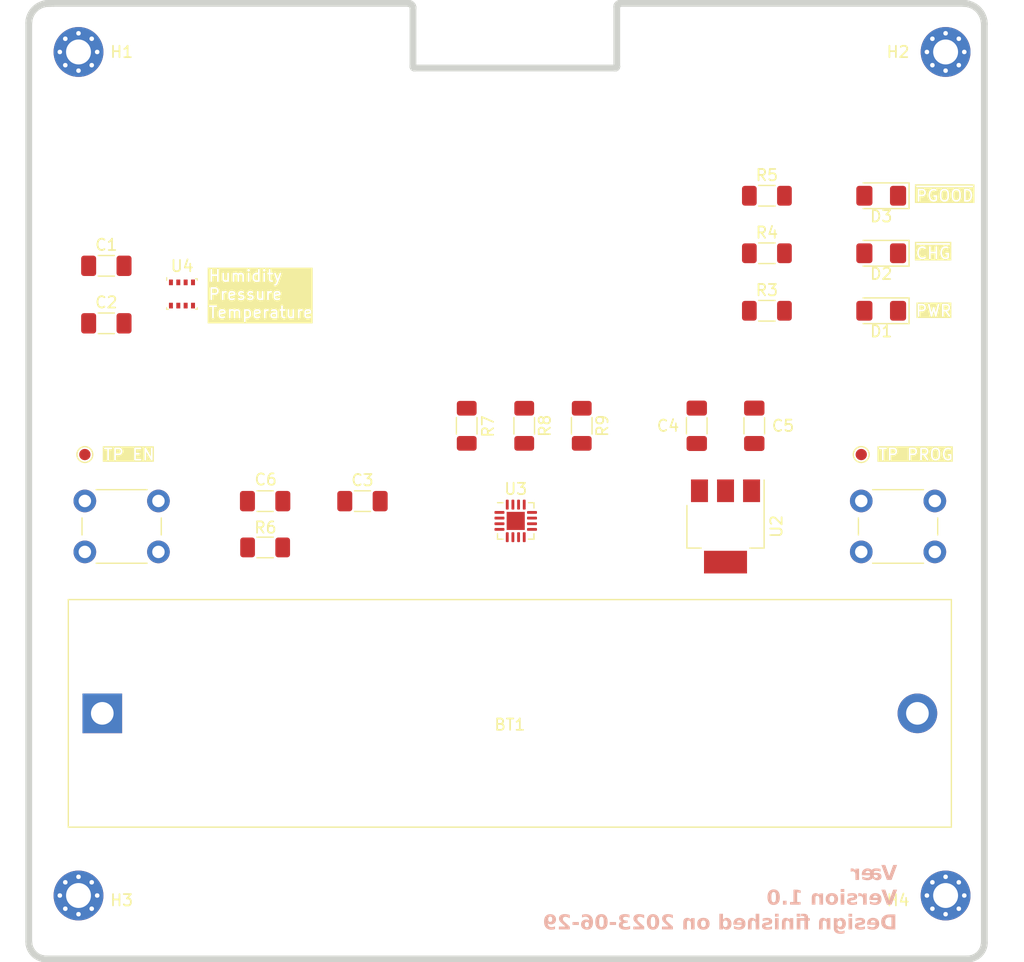
<source format=kicad_pcb>
(kicad_pcb (version 20221018) (generator pcbnew)
  (title_block (title "Vær") (date "2023-06-29") (rev "1.0") (company "Tim Janke"))
  (layers (0 "F.Cu" signal) (31 "B.Cu" signal) (34 "B.Paste" user) (35 "F.Paste" user) (36 "B.SilkS" user "B.Silkscreen") (37 "F.SilkS" user "F.Silkscreen") (38 "B.Mask" user) (39 "F.Mask" user) (44 "Edge.Cuts" user))
  (net 0 "")
  (net 1 "GND")
  (net 2 "Net-(BT1-+)")
  (net 3 "VCC_ESP")
  (net 4 "VCC_IBUS")
  (net 5 "EN")
  (net 6 "Net-(D1-A)")
  (net 7 "Net-(D2-A)")
  (net 8 "Net-(D3-A)")
  (net 9 "~{CHG}")
  (net 10 "~{PGOOD}")
  (net 11 "Net-(U3-TS)")
  (net 12 "Net-(U3-ILIM)")
  (net 13 "Net-(U3-ISET)")
  (net 14 "PROG")
  (net 15 "~{CE}")
  (net 16 "VCC_EBUS")
  (net 18 "CS")
  (net 19 "MOSI")
  (net 20 "SCLK")
  (net 21 "MISO")
  (footprint "LED_SMD:LED_1206_3216Metric_Pad1.42x1.75mm_HandSolder" (layer "F.Cu") (at 178.8525 76.2 180)
    (fp_text reference "D1" (at 0 -1.82) (layer "F.SilkS"))
    (fp_text value "LED_BLUE_PWR")
    (pad "1" smd roundrect (at -1.4875 0 180) (size 1.425 1.75) (layers "F.Cu" "F.Paste" "F.Mask") (roundrect_rratio 0.175439) (net 1 "GND"))
    (pad "2" smd roundrect (at 1.4875 0 180) (size 1.425 1.75) (layers "F.Cu" "F.Paste" "F.Mask") (roundrect_rratio 0.175439) (net 6 "Net-(D1-A)"))
  )
  (footprint "MountingHole:MountingHole_2.2mm_M2_Pad_Via" (layer "F.Cu") (at 107.95 127.85)
    (fp_text reference "H3" (at 3.81 0.42) (layer "F.SilkS"))
    (fp_text value "MountingHole_Pad")
    (pad "1" thru_hole circle locked (at -1.65 0) (size 0.7 0.7) (drill 0.4) (layers "*.Cu" "*.Mask") (net 1 "GND"))
    (pad "1" thru_hole circle locked (at -1.166726 -1.166726) (size 0.7 0.7) (drill 0.4) (layers "*.Cu" "*.Mask") (net 1 "GND"))
    (pad "1" thru_hole circle locked (at -1.166726 1.166726) (size 0.7 0.7) (drill 0.4) (layers "*.Cu" "*.Mask") (net 1 "GND"))
    (pad "1" thru_hole circle locked (at 0 -1.65) (size 0.7 0.7) (drill 0.4) (layers "*.Cu" "*.Mask") (net 1 "GND"))
    (pad "1" thru_hole circle locked (at 0 0) (size 4.4 4.4) (drill 2.2) (layers "*.Cu" "*.Mask") (net 1 "GND"))
    (pad "1" thru_hole circle locked (at 0 1.65) (size 0.7 0.7) (drill 0.4) (layers "*.Cu" "*.Mask") (net 1 "GND"))
    (pad "1" thru_hole circle locked (at 1.166726 -1.166726) (size 0.7 0.7) (drill 0.4) (layers "*.Cu" "*.Mask") (net 1 "GND"))
    (pad "1" thru_hole circle locked (at 1.166726 1.166726) (size 0.7 0.7) (drill 0.4) (layers "*.Cu" "*.Mask") (net 1 "GND"))
    (pad "1" thru_hole circle locked (at 1.65 0) (size 0.7 0.7) (drill 0.4) (layers "*.Cu" "*.Mask") (net 1 "GND"))
  )
  (footprint "Resistor_SMD:R_1206_3216Metric_Pad1.30x1.75mm_HandSolder" (layer "F.Cu") (at 152.4 86.36 -90)
    (fp_text reference "R9" (at 0 -1.82 90) (layer "F.SilkS"))
    (fp_text value "1k13")
    (pad "1" smd roundrect (at -1.55 0 270) (size 1.3 1.75) (layers "F.Cu" "F.Paste" "F.Mask") (roundrect_rratio 0.192308) (net 1 "GND"))
    (pad "2" smd roundrect (at 1.55 0 270) (size 1.3 1.75) (layers "F.Cu" "F.Paste" "F.Mask") (roundrect_rratio 0.192308) (net 13 "Net-(U3-ISET)"))
  )
  (footprint "Capacitor_SMD:C_1206_3216Metric_Pad1.33x1.80mm_HandSolder" (layer "F.Cu") (at 124.4346 93.0148 180)
    (fp_text reference "C6" (at -0.0508 1.905) (layer "F.SilkS"))
    (fp_text value "1uF")
    (pad "1" smd roundrect (at -1.5625 0 180) (size 1.325 1.8) (layers "F.Cu" "F.Paste" "F.Mask") (roundrect_rratio 0.188679) (net 1 "GND"))
    (pad "2" smd roundrect (at 1.5625 0 180) (size 1.325 1.8) (layers "F.Cu" "F.Paste" "F.Mask") (roundrect_rratio 0.188679) (net 5 "EN"))
  )
  (footprint "TestPoint:TestPoint_Pad_D1.0mm" (layer "F.Cu") (at 177.09 88.9)
    (fp_text reference "TP1" hide)
    (fp_text value "TestPoint")
    (pad "1" smd circle (at 0 0) (size 1 1) (layers "F.Cu" "F.Mask") (net 14 "PROG"))
  )
  (footprint "Resistor_SMD:R_1206_3216Metric_Pad1.30x1.75mm_HandSolder" (layer "F.Cu") (at 168.755 66.04)
    (fp_text reference "R5" (at 0 -1.82) (layer "F.SilkS"))
    (fp_text value "1k5")
    (pad "1" smd roundrect (at -1.55 0) (size 1.3 1.75) (layers "F.Cu" "F.Paste" "F.Mask") (roundrect_rratio 0.192308) (net 10 "~{PGOOD}"))
    (pad "2" smd roundrect (at 1.55 0) (size 1.3 1.75) (layers "F.Cu" "F.Paste" "F.Mask") (roundrect_rratio 0.192308) (net 8 "Net-(D3-A)"))
  )
  (footprint "Capacitor_SMD:C_1206_3216Metric_Pad1.33x1.80mm_HandSolder" (layer "F.Cu") (at 162.56 86.36 90)
    (fp_text reference "C4" (at 0 -2.54) (layer "F.SilkS"))
    (fp_text value "10uF")
    (pad "1" smd roundrect (at -1.5625 0 90) (size 1.325 1.8) (layers "F.Cu" "F.Paste" "F.Mask") (roundrect_rratio 0.188679) (net 4 "VCC_IBUS"))
    (pad "2" smd roundrect (at 1.5625 0 90) (size 1.325 1.8) (layers "F.Cu" "F.Paste" "F.Mask") (roundrect_rratio 0.188679) (net 1 "GND"))
  )
  (footprint "TestPoint:TestPoint_Pad_D1.0mm" (layer "F.Cu") (at 108.51 88.9)
    (fp_text reference "TP2" hide)
    (fp_text value "TestPoint")
    (pad "1" smd circle (at 0 0) (size 1 1) (layers "F.Cu" "F.Mask") (net 5 "EN"))
  )
  (footprint "Resistor_SMD:R_1206_3216Metric_Pad1.30x1.75mm_HandSolder" (layer "F.Cu") (at 142.24 86.36 90)
    (fp_text reference "R7" (at -0.0508 1.8796 90) (layer "F.SilkS"))
    (fp_text value "10k")
    (pad "1" smd roundrect (at -1.55 0 90) (size 1.3 1.75) (layers "F.Cu" "F.Paste" "F.Mask") (roundrect_rratio 0.192308) (net 11 "Net-(U3-TS)"))
    (pad "2" smd roundrect (at 1.55 0 90) (size 1.3 1.75) (layers "F.Cu" "F.Paste" "F.Mask") (roundrect_rratio 0.192308) (net 1 "GND"))
  )
  (footprint "Button_Switch_THT:SW_PUSH_6mm" (layer "F.Cu") (at 177.09 93)
    (fp_text reference "SW_FLASH1" hide)
    (fp_text value "Flash mode")
    (pad "1" thru_hole circle (at 0 0 90) (size 2 2) (drill 1.1) (layers "*.Cu" "*.Mask") (net 1 "GND"))
    (pad "1" thru_hole circle (at 6.5 0 90) (size 2 2) (drill 1.1) (layers "*.Cu" "*.Mask") (net 1 "GND"))
    (pad "2" thru_hole circle (at 0 4.5 90) (size 2 2) (drill 1.1) (layers "*.Cu" "*.Mask") (net 14 "PROG"))
    (pad "2" thru_hole circle (at 6.5 4.5 90) (size 2 2) (drill 1.1) (layers "*.Cu" "*.Mask") (net 14 "PROG"))
  )
  (footprint "Button_Switch_THT:SW_PUSH_6mm" (layer "F.Cu") (at 108.51 93)
    (fp_text reference "SW_RESET1" hide)
    (fp_text value "Reset")
    (pad "1" thru_hole circle (at 0 0 90) (size 2 2) (drill 1.1) (layers "*.Cu" "*.Mask") (net 1 "GND"))
    (pad "1" thru_hole circle (at 6.5 0 90) (size 2 2) (drill 1.1) (layers "*.Cu" "*.Mask") (net 1 "GND"))
    (pad "2" thru_hole circle (at 0 4.5 90) (size 2 2) (drill 1.1) (layers "*.Cu" "*.Mask") (net 5 "EN"))
    (pad "2" thru_hole circle (at 6.5 4.5 90) (size 2 2) (drill 1.1) (layers "*.Cu" "*.Mask") (net 5 "EN"))
  )
  (footprint "Battery:BatteryHolder_MPD_BH-18650-PC2" (layer "F.Cu") (at 110.05 111.76)
    (fp_text reference "BT1" (at 36 1) (layer "F.SilkS"))
    (fp_text value "Battery_Cell")
    (pad "" np_thru_hole circle (at 8.645 0) (size 3.2 3.2) (drill 3.2) (layers "*.Cu" "*.Mask"))
    (pad "" np_thru_hole circle (at 64.255 0) (size 3.2 3.2) (drill 3.2) (layers "*.Cu" "*.Mask"))
    (pad "1" thru_hole rect (at 0 0) (size 3.5 3.5) (drill 2) (layers "*.Cu" "*.Mask") (net 2 "Net-(BT1-+)"))
    (pad "2" thru_hole circle (at 72 0) (size 3.5 3.5) (drill 2) (layers "*.Cu" "*.Mask") (net 1 "GND"))
  )
  (footprint "MountingHole:MountingHole_2.2mm_M2_Pad_Via" (layer "F.Cu") (at 184.54 127.85)
    (fp_text reference "H4" (at -4.2 0.42) (layer "F.SilkS"))
    (fp_text value "MountingHole_Pad")
    (pad "1" thru_hole circle locked (at -1.65 0) (size 0.7 0.7) (drill 0.4) (layers "*.Cu" "*.Mask") (net 1 "GND"))
    (pad "1" thru_hole circle locked (at -1.166726 -1.166726) (size 0.7 0.7) (drill 0.4) (layers "*.Cu" "*.Mask") (net 1 "GND"))
    (pad "1" thru_hole circle locked (at -1.166726 1.166726) (size 0.7 0.7) (drill 0.4) (layers "*.Cu" "*.Mask") (net 1 "GND"))
    (pad "1" thru_hole circle locked (at 0 -1.65) (size 0.7 0.7) (drill 0.4) (layers "*.Cu" "*.Mask") (net 1 "GND"))
    (pad "1" thru_hole circle locked (at 0 0) (size 4.4 4.4) (drill 2.2) (layers "*.Cu" "*.Mask") (net 1 "GND"))
    (pad "1" thru_hole circle locked (at 0 1.65) (size 0.7 0.7) (drill 0.4) (layers "*.Cu" "*.Mask") (net 1 "GND"))
    (pad "1" thru_hole circle locked (at 1.166726 -1.166726) (size 0.7 0.7) (drill 0.4) (layers "*.Cu" "*.Mask") (net 1 "GND"))
    (pad "1" thru_hole circle locked (at 1.166726 1.166726) (size 0.7 0.7) (drill 0.4) (layers "*.Cu" "*.Mask") (net 1 "GND"))
    (pad "1" thru_hole circle locked (at 1.65 0) (size 0.7 0.7) (drill 0.4) (layers "*.Cu" "*.Mask") (net 1 "GND"))
  )
  (footprint "MountingHole:MountingHole_2.2mm_M2_Pad_Via" (layer "F.Cu") (at 184.54 53.34)
    (fp_text reference "H2" (at -4.2 0) (layer "F.SilkS"))
    (fp_text value "MountingHole_Pad")
    (pad "1" thru_hole circle locked (at -1.65 0) (size 0.7 0.7) (drill 0.4) (layers "*.Cu" "*.Mask") (net 1 "GND"))
    (pad "1" thru_hole circle locked (at -1.166726 -1.166726) (size 0.7 0.7) (drill 0.4) (layers "*.Cu" "*.Mask") (net 1 "GND"))
    (pad "1" thru_hole circle locked (at -1.166726 1.166726) (size 0.7 0.7) (drill 0.4) (layers "*.Cu" "*.Mask") (net 1 "GND"))
    (pad "1" thru_hole circle locked (at 0 -1.65) (size 0.7 0.7) (drill 0.4) (layers "*.Cu" "*.Mask") (net 1 "GND"))
    (pad "1" thru_hole circle locked (at 0 0) (size 4.4 4.4) (drill 2.2) (layers "*.Cu" "*.Mask") (net 1 "GND"))
    (pad "1" thru_hole circle locked (at 0 1.65) (size 0.7 0.7) (drill 0.4) (layers "*.Cu" "*.Mask") (net 1 "GND"))
    (pad "1" thru_hole circle locked (at 1.166726 -1.166726) (size 0.7 0.7) (drill 0.4) (layers "*.Cu" "*.Mask") (net 1 "GND"))
    (pad "1" thru_hole circle locked (at 1.166726 1.166726) (size 0.7 0.7) (drill 0.4) (layers "*.Cu" "*.Mask") (net 1 "GND"))
    (pad "1" thru_hole circle locked (at 1.65 0) (size 0.7 0.7) (drill 0.4) (layers "*.Cu" "*.Mask") (net 1 "GND"))
  )
  (footprint "Capacitor_SMD:C_1206_3216Metric_Pad1.33x1.80mm_HandSolder" (layer "F.Cu") (at 110.4086 72.2286)
    (fp_text reference "C1" (at 0 -1.85) (layer "F.SilkS"))
    (fp_text value "100nF")
    (pad "1" smd roundrect (at -1.5625 0) (size 1.325 1.8) (layers "F.Cu" "F.Paste" "F.Mask") (roundrect_rratio 0.188679) (net 1 "GND"))
    (pad "2" smd roundrect (at 1.5625 0) (size 1.325 1.8) (layers "F.Cu" "F.Paste" "F.Mask") (roundrect_rratio 0.188679) (net 3 "VCC_ESP"))
  )
  (footprint "Package_DFN_QFN:VQFN-16-1EP_3x3mm_P0.5mm_EP1.6x1.6mm" (layer "F.Cu") (at 146.57 94.761)
    (fp_text reference "U3" (at 0 -2.82) (layer "F.SilkS"))
    (fp_text value "BQ24073RGT")
    (pad "1" smd roundrect (at -1.4375 -0.75) (size 0.875 0.25) (layers "F.Cu" "F.Paste" "F.Mask") (net 11 "Net-(U3-TS)"))
    (pad "2" smd roundrect (at -1.4375 -0.25) (size 0.875 0.25) (layers "F.Cu" "F.Paste" "F.Mask") (net 2 "Net-(BT1-+)"))
    (pad "3" smd roundrect (at -1.4375 0.25) (size 0.875 0.25) (layers "F.Cu" "F.Paste" "F.Mask") (net 2 "Net-(BT1-+)"))
    (pad "4" smd roundrect (at -1.4375 0.75) (size 0.875 0.25) (layers "F.Cu" "F.Paste" "F.Mask") (net 15 "~{CE}"))
    (pad "5" smd roundrect (at -0.75 1.4375) (size 0.25 0.875) (layers "F.Cu" "F.Paste" "F.Mask") (net 1 "GND"))
    (pad "6" smd roundrect (at -0.25 1.4375) (size 0.25 0.875) (layers "F.Cu" "F.Paste" "F.Mask") (net 16 "VCC_EBUS"))
    (pad "7" smd roundrect (at 0.25 1.4375) (size 0.25 0.875) (layers "F.Cu" "F.Paste" "F.Mask") (net 9 "~{CHG}"))
    (pad "8" smd roundrect (at 0.75 1.4375) (size 0.25 0.875) (layers "F.Cu" "F.Paste" "F.Mask") (net 1 "GND"))
    (pad "9" smd roundrect (at 1.4375 0.75) (size 0.875 0.25) (layers "F.Cu" "F.Paste" "F.Mask") (net 10 "~{PGOOD}"))
    (pad "10" smd roundrect (at 1.4375 0.25) (size 0.875 0.25) (layers "F.Cu" "F.Paste" "F.Mask") (net 4 "VCC_IBUS"))
    (pad "11" smd roundrect (at 1.4375 -0.25) (size 0.875 0.25) (layers "F.Cu" "F.Paste" "F.Mask") (net 4 "VCC_IBUS"))
    (pad "12" smd roundrect (at 1.4375 -0.75) (size 0.875 0.25) (layers "F.Cu" "F.Paste" "F.Mask") (net 12 "Net-(U3-ILIM)"))
    (pad "13" smd roundrect (at 0.75 -1.4375) (size 0.25 0.875) (layers "F.Cu" "F.Paste" "F.Mask") (net 16 "VCC_EBUS"))
    (pad "14" smd roundrect (at 0.25 -1.4375) (size 0.25 0.875) (layers "F.Cu" "F.Paste" "F.Mask"))
    (pad "15" smd roundrect (at -0.25 -1.4375) (size 0.25 0.875) (layers "F.Cu" "F.Paste" "F.Mask") (net 16 "VCC_EBUS"))
    (pad "16" smd roundrect (at -0.75 -1.4375) (size 0.25 0.875) (layers "F.Cu" "F.Paste" "F.Mask") (net 13 "Net-(U3-ISET)"))
    (pad "17" smd rect (at 0 0) (size 1.6 1.6) (layers "F.Cu" "F.Mask") (net 1 "GND"))
  )
  (footprint "Capacitor_SMD:C_1206_3216Metric_Pad1.33x1.80mm_HandSolder" (layer "F.Cu") (at 110.4086 77.3086)
    (fp_text reference "C2" (at 0 -1.85) (layer "F.SilkS"))
    (fp_text value "100nF")
    (pad "1" smd roundrect (at -1.5625 0) (size 1.325 1.8) (layers "F.Cu" "F.Paste" "F.Mask") (roundrect_rratio 0.188679) (net 1 "GND"))
    (pad "2" smd roundrect (at 1.5625 0) (size 1.325 1.8) (layers "F.Cu" "F.Paste" "F.Mask") (roundrect_rratio 0.188679) (net 3 "VCC_ESP"))
  )
  (footprint "Resistor_SMD:R_1206_3216Metric_Pad1.30x1.75mm_HandSolder" (layer "F.Cu") (at 168.755 76.2)
    (fp_text reference "R3" (at 0 -1.82) (layer "F.SilkS"))
    (fp_text value "120")
    (pad "1" smd roundrect (at -1.55 0) (size 1.3 1.75) (layers "F.Cu" "F.Paste" "F.Mask") (roundrect_rratio 0.192308) (net 3 "VCC_ESP"))
    (pad "2" smd roundrect (at 1.55 0) (size 1.3 1.75) (layers "F.Cu" "F.Paste" "F.Mask") (roundrect_rratio 0.192308) (net 6 "Net-(D1-A)"))
  )
  (footprint "Capacitor_SMD:C_1206_3216Metric_Pad1.33x1.80mm_HandSolder" (layer "F.Cu") (at 133.0321 93.0148)
    (fp_text reference "C3" (at 0 -1.85) (layer "F.SilkS"))
    (fp_text value "4.7uF")
    (pad "1" smd roundrect (at -1.5625 0) (size 1.325 1.8) (layers "F.Cu" "F.Paste" "F.Mask") (roundrect_rratio 0.188679) (net 1 "GND"))
    (pad "2" smd roundrect (at 1.5625 0) (size 1.325 1.8) (layers "F.Cu" "F.Paste" "F.Mask") (roundrect_rratio 0.188679) (net 2 "Net-(BT1-+)"))
  )
  (footprint "MountingHole:MountingHole_2.2mm_M2_Pad_Via" (layer "F.Cu") (at 107.95 53.34)
    (fp_text reference "H1" (at 3.81 0) (layer "F.SilkS"))
    (fp_text value "MountingHole_Pad")
    (pad "1" thru_hole circle locked (at -1.65 0) (size 0.7 0.7) (drill 0.4) (layers "*.Cu" "*.Mask") (net 1 "GND"))
    (pad "1" thru_hole circle locked (at -1.166726 -1.166726) (size 0.7 0.7) (drill 0.4) (layers "*.Cu" "*.Mask") (net 1 "GND"))
    (pad "1" thru_hole circle locked (at -1.166726 1.166726) (size 0.7 0.7) (drill 0.4) (layers "*.Cu" "*.Mask") (net 1 "GND"))
    (pad "1" thru_hole circle locked (at 0 -1.65) (size 0.7 0.7) (drill 0.4) (layers "*.Cu" "*.Mask") (net 1 "GND"))
    (pad "1" thru_hole circle locked (at 0 0) (size 4.4 4.4) (drill 2.2) (layers "*.Cu" "*.Mask") (net 1 "GND"))
    (pad "1" thru_hole circle locked (at 0 1.65) (size 0.7 0.7) (drill 0.4) (layers "*.Cu" "*.Mask") (net 1 "GND"))
    (pad "1" thru_hole circle locked (at 1.166726 -1.166726) (size 0.7 0.7) (drill 0.4) (layers "*.Cu" "*.Mask") (net 1 "GND"))
    (pad "1" thru_hole circle locked (at 1.166726 1.166726) (size 0.7 0.7) (drill 0.4) (layers "*.Cu" "*.Mask") (net 1 "GND"))
    (pad "1" thru_hole circle locked (at 1.65 0) (size 0.7 0.7) (drill 0.4) (layers "*.Cu" "*.Mask") (net 1 "GND"))
  )
  (footprint "LED_SMD:LED_1206_3216Metric_Pad1.42x1.75mm_HandSolder" (layer "F.Cu") (at 178.8525 71.12 180)
    (fp_text reference "D2" (at 0 -1.82) (layer "F.SilkS"))
    (fp_text value "LED_YELLOW")
    (pad "1" smd roundrect (at -1.4875 0 180) (size 1.425 1.75) (layers "F.Cu" "F.Paste" "F.Mask") (roundrect_rratio 0.175439) (net 1 "GND"))
    (pad "2" smd roundrect (at 1.4875 0 180) (size 1.425 1.75) (layers "F.Cu" "F.Paste" "F.Mask") (roundrect_rratio 0.175439) (net 7 "Net-(D2-A)"))
  )
  (footprint "Package_LGA:Bosch_LGA-8_2.5x2.5mm_P0.65mm_ClockwisePinNumbering" (layer "F.Cu") (at 117.0888 74.7178)
    (fp_text reference "U4" (at 0.015 -2.465) (layer "F.SilkS"))
    (fp_text value "BME280")
    (pad "1" smd rect (at -0.975 -1.025 90) (size 0.5 0.35) (layers "F.Cu" "F.Paste" "F.Mask") (net 1 "GND"))
    (pad "2" smd rect (at -0.325 -1.025 90) (size 0.5 0.35) (layers "F.Cu" "F.Paste" "F.Mask") (net 18 "CS"))
    (pad "3" smd rect (at 0.325 -1.025 90) (size 0.5 0.35) (layers "F.Cu" "F.Paste" "F.Mask") (net 19 "MOSI"))
    (pad "4" smd rect (at 0.975 -1.025 90) (size 0.5 0.35) (layers "F.Cu" "F.Paste" "F.Mask") (net 20 "SCLK"))
    (pad "5" smd rect (at 0.975 1.025 90) (size 0.5 0.35) (layers "F.Cu" "F.Paste" "F.Mask") (net 21 "MISO"))
    (pad "6" smd rect (at 0.325 1.025 90) (size 0.5 0.35) (layers "F.Cu" "F.Paste" "F.Mask") (net 3 "VCC_ESP"))
    (pad "7" smd rect (at -0.325 1.025 90) (size 0.5 0.35) (layers "F.Cu" "F.Paste" "F.Mask") (net 1 "GND"))
    (pad "8" smd rect (at -0.975 1.025 90) (size 0.5 0.35) (layers "F.Cu" "F.Paste" "F.Mask") (net 3 "VCC_ESP"))
  )
  (footprint "Capacitor_SMD:C_1206_3216Metric_Pad1.33x1.80mm_HandSolder" (layer "F.Cu") (at 167.64 86.36 90)
    (fp_text reference "C5" (at 0 2.54) (layer "F.SilkS"))
    (fp_text value "10uF")
    (pad "1" smd roundrect (at -1.5625 0 90) (size 1.325 1.8) (layers "F.Cu" "F.Paste" "F.Mask") (roundrect_rratio 0.188679) (net 3 "VCC_ESP"))
    (pad "2" smd roundrect (at 1.5625 0 90) (size 1.325 1.8) (layers "F.Cu" "F.Paste" "F.Mask") (roundrect_rratio 0.188679) (net 1 "GND"))
  )
  (footprint "Resistor_SMD:R_1206_3216Metric_Pad1.30x1.75mm_HandSolder" (layer "F.Cu") (at 168.755 71.12)
    (fp_text reference "R4" (at 0 -1.82) (layer "F.SilkS"))
    (fp_text value "1k5")
    (pad "1" smd roundrect (at -1.55 0) (size 1.3 1.75) (layers "F.Cu" "F.Paste" "F.Mask") (roundrect_rratio 0.192308) (net 9 "~{CHG}"))
    (pad "2" smd roundrect (at 1.55 0) (size 1.3 1.75) (layers "F.Cu" "F.Paste" "F.Mask") (roundrect_rratio 0.192308) (net 7 "Net-(D2-A)"))
  )
  (footprint "Resistor_SMD:R_1206_3216Metric_Pad1.30x1.75mm_HandSolder" (layer "F.Cu") (at 147.32 86.36 -90)
    (fp_text reference "R8" (at 0 -1.82 90) (layer "F.SilkS"))
    (fp_text value "1k18")
    (pad "1" smd roundrect (at -1.55 0 270) (size 1.3 1.75) (layers "F.Cu" "F.Paste" "F.Mask") (roundrect_rratio 0.192308) (net 1 "GND"))
    (pad "2" smd roundrect (at 1.55 0 270) (size 1.3 1.75) (layers "F.Cu" "F.Paste" "F.Mask") (roundrect_rratio 0.192308) (net 12 "Net-(U3-ILIM)"))
  )
  (footprint "LED_SMD:LED_1206_3216Metric_Pad1.42x1.75mm_HandSolder" (layer "F.Cu") (at 178.8525 66.04 180)
    (fp_text reference "D3" (at 0 -1.82) (layer "F.SilkS"))
    (fp_text value "LED_GREEN")
    (pad "1" smd roundrect (at -1.4875 0 180) (size 1.425 1.75) (layers "F.Cu" "F.Paste" "F.Mask") (roundrect_rratio 0.175439) (net 1 "GND"))
    (pad "2" smd roundrect (at 1.4875 0 180) (size 1.425 1.75) (layers "F.Cu" "F.Paste" "F.Mask") (roundrect_rratio 0.175439) (net 8 "Net-(D3-A)"))
  )
  (footprint "Package_TO_SOT_SMD:SOT-223-3_TabPin2" (layer "F.Cu") (at 165.1 95.25 -90)
    (fp_text reference "U2" (at 0 -4.5 90) (layer "F.SilkS"))
    (fp_text value "NCP1117-3.3_SOT223")
    (pad "1" smd rect (at -3.15 -2.3 270) (size 2 1.5) (layers "F.Cu" "F.Paste" "F.Mask") (net 1 "GND"))
    (pad "2" smd rect (at -3.15 0 270) (size 2 1.5) (layers "F.Cu" "F.Paste" "F.Mask") (net 3 "VCC_ESP"))
    (pad "2" smd rect (at 3.15 0 270) (size 2 3.8) (layers "F.Cu" "F.Paste" "F.Mask") (net 3 "VCC_ESP"))
    (pad "3" smd rect (at -3.15 2.3 270) (size 2 1.5) (layers "F.Cu" "F.Paste" "F.Mask") (net 4 "VCC_IBUS"))
  )
  (footprint "Resistor_SMD:R_1206_3216Metric_Pad1.30x1.75mm_HandSolder" (layer "F.Cu") (at 124.4346 97.1048 180)
    (fp_text reference "R6" (at -0.0254 1.7532) (layer "F.SilkS"))
    (fp_text value "10k")
    (pad "1" smd roundrect (at -1.55 0 180) (size 1.3 1.75) (layers "F.Cu" "F.Paste" "F.Mask") (roundrect_rratio 0.192308) (net 3 "VCC_ESP"))
    (pad "2" smd roundrect (at 1.55 0 180) (size 1.3 1.75) (layers "F.Cu" "F.Paste" "F.Mask") (roundrect_rratio 0.192308) (net 5 "EN"))
  )
  (gr_line locked (start 187.06834 49.315557) (end 186.990776 49.270963) (stroke (width 0.5953)) (layer "Edge.Cuts"))
  (gr_line locked (start 137.528051 54.702197) (end 137.52355 54.69642) (stroke (width 0.5953)) (layer "Edge.Cuts"))
  (gr_line locked (start 187.922412 50.526299) (end 187.901738 50.436688) (stroke (width 0.5953)) (layer "Edge.Cuts"))
  (gr_line locked (start 155.565345 49.162426) (end 155.555855 49.174608) (stroke (width 0.5953)) (layer "Edge.Cuts"))
  (gr_line locked (start 137.548855 54.723002) (end 137.543286 54.718204) (stroke (width 0.5953)) (layer "Edge.Cuts"))
  (gr_line locked (start 137.329148 49.127522) (end 137.312778 49.116016) (stroke (width 0.5953)) (layer "Edge.Cuts"))
  (gr_line locked (start 155.633985 49.10022) (end 155.621389 49.109073) (stroke (width 0.5953)) (layer "Edge.Cuts"))
  (gr_line locked (start 137.205125 49.065124) (end 137.185922 49.059795) (stroke (width 0.5953)) (layer "Edge.Cuts"))
  (gr_line locked (start 187.938691 50.617509) (end 187.922412 50.526299) (stroke (width 0.5953)) (layer "Edge.Cuts"))
  (gr_line locked (start 137.614012 54.753823) (end 137.606905 54.75222) (stroke (width 0.5953)) (layer "Edge.Cuts"))
  (gr_line locked (start 137.106737 49.047997) (end 137.086514 49.047496) (stroke (width 0.5953)) (layer "Edge.Cuts"))
  (gr_line locked (start 186.784924 133.422757) (end 186.856142 133.406314) (stroke (width 0.5953)) (layer "Edge.Cuts"))
  (gr_line locked (start 103.818998 49.890684) (end 103.781674 49.954007) (stroke (width 0.5953)) (layer "Edge.Cuts"))
  (gr_line locked (start 105.218846 49.056738) (end 105.112647 49.065055) (stroke (width 0.5953)) (layer "Edge.Cuts"))
  (gr_line locked (start 187.943105 132.204609) (end 187.952445 132.130935) (stroke (width 0.5953)) (layer "Edge.Cuts"))
  (gr_line locked (start 155.500364 49.299798) (end 155.497718 49.314965) (stroke (width 0.5953)) (layer "Edge.Cuts"))
  (gr_line locked (start 137.606905 54.75222) (end 137.599897 54.750275) (stroke (width 0.5953)) (layer "Edge.Cuts"))
  (gr_line locked (start 103.685477 50.153566) (end 103.658903 50.223047) (stroke (width 0.5953)) (layer "Edge.Cuts"))
  (gr_line locked (start 186.925996 133.386471) (end 186.994391 133.363321) (stroke (width 0.5953)) (layer "Edge.Cuts"))
  (gr_line locked (start 137.489874 49.395101) (end 137.486435 49.37539) (stroke (width 0.5953)) (layer "Edge.Cuts"))
  (gr_line locked (start 187.189908 133.274954) (end 187.251548 133.239501) (stroke (width 0.5953)) (layer "Edge.Cuts"))
  (gr_line locked (start 155.660317 49.084465) (end 155.64697 49.092014) (stroke (width 0.5953)) (layer "Edge.Cuts"))
  (gr_line locked (start 155.57546 49.150684) (end 155.565345 49.162426) (stroke (width 0.5953)) (layer "Edge.Cuts"))
  (gr_line locked (start 186.481192 49.085084) (end 186.389981 49.068804) (stroke (width 0.5953)) (layer "Edge.Cuts"))
  (gr_line locked (start 187.12644 133.30747) (end 187.189908 133.274954) (stroke (width 0.5953)) (layer "Edge.Cuts"))
  (gr_line locked (start 186.658697 49.130708) (end 186.570803 49.105757) (stroke (width 0.5953)) (layer "Edge.Cuts"))
  (gr_line locked (start 187.952445 132.130935) (end 187.958108 132.056175) (stroke (width 0.5953)) (layer "Edge.Cuts"))
  (gr_line locked (start 103.581953 50.513903) (end 103.570403 50.589497) (stroke (width 0.5953)) (layer "Edge.Cuts"))
  (gr_line locked (start 137.494344 54.607867) (end 137.494344 49.455325) (stroke (width 0.5953)) (layer "Edge.Cuts"))
  (gr_line locked (start 155.491545 54.643372) (end 155.490027 54.650103) (stroke (width 0.5953)) (layer "Edge.Cuts"))
  (gr_line locked (start 187.913761 132.348328) (end 187.930179 132.277104) (stroke (width 0.5953)) (layer "Edge.Cuts"))
  (gr_line locked (start 137.34498 49.139854) (end 137.329148 49.127522) (stroke (width 0.5953)) (layer "Edge.Cuts"))
  (gr_line locked (start 137.49723 54.637041) (end 137.495975 54.629847) (stroke (width 0.5953)) (layer "Edge.Cuts"))
  (gr_line locked (start 187.529099 133.021419) (end 187.577832 132.970287) (stroke (width 0.5953)) (layer "Edge.Cuts"))
  (gr_line locked (start 187.216106 49.415366) (end 187.143489 49.36373) (stroke (width 0.5953)) (layer "Edge.Cuts"))
  (gr_line locked (start 155.494279 49.361305) (end 155.494279 54.615742) (stroke (width 0.5953)) (layer "Edge.Cuts"))
  (gr_line locked (start 103.779704 132.706515) (end 103.820015 132.769394) (stroke (width 0.5953)) (layer "Edge.Cuts"))
  (gr_line locked (start 155.360301 54.756537) (end 155.353311 54.75671) (stroke (width 0.5953)) (layer "Edge.Cuts"))
  (gr_line locked (start 187.251548 133.239501) (end 187.311269 133.201203) (stroke (width 0.5953)) (layer "Edge.Cuts"))
  (gr_line locked (start 187.814516 50.178623) (end 187.77743 50.096578) (stroke (width 0.5953)) (layer "Edge.Cuts"))
  (gr_line locked (start 187.876786 50.348794) (end 187.847674 50.262734) (stroke (width 0.5953)) (layer "Edge.Cuts"))
  (gr_line locked (start 104.946652 133.444677) (end 105.025356 133.450663) (stroke (width 0.5953)) (layer "Edge.Cuts"))
  (gr_line locked (start 155.687998 49.071384) (end 155.674002 49.077585) (stroke (width 0.5953)) (layer "Edge.Cuts"))
  (gr_line locked (start 186.570803 49.105757) (end 186.481192 49.085084) (stroke (width 0.5953)) (layer "Edge.Cuts"))
  (gr_line locked (start 187.815011 132.61866) (end 187.844475 132.553446) (stroke (width 0.5953)) (layer "Edge.Cuts"))
  (gr_line locked (start 155.64697 49.092014) (end 155.633985 49.10022) (stroke (width 0.5953)) (layer "Edge.Cuts"))
  (gr_line locked (start 104.041884 49.601213) (end 103.992706 49.655253) (stroke (width 0.5953)) (layer "Edge.Cuts"))
  (gr_line locked (start 155.495814 49.330289) (end 155.494665 49.345744) (stroke (width 0.5953)) (layer "Edge.Cuts"))
  (gr_line locked (start 137.401986 49.19686) (end 137.38884 49.1816) (stroke (width 0.5953)) (layer "Edge.Cuts"))
  (gr_line locked (start 105.328763 49.051521) (end 105.218846 49.056738) (stroke (width 0.5953)) (layer "Edge.Cuts"))
  (gr_line locked (start 187.643763 49.864003) (end 187.592127 49.791386) (stroke (width 0.5953)) (layer "Edge.Cuts"))
  (gr_line locked (start 186.297287 49.057036) (end 186.203224 49.049894) (stroke (width 0.5953)) (layer "Edge.Cuts"))
  (gr_line locked (start 155.490027 54.650103) (end 155.488185 54.656741) (stroke (width 0.5953)) (layer "Edge.Cuts"))
  (gr_line locked (start 187.901738 50.436688) (end 187.876786 50.348794) (stroke (width 0.5953)) (layer "Edge.Cuts"))
  (gr_line locked (start 155.746581 49.053582) (end 155.731597 49.05696) (stroke (width 0.5953)) (layer "Edge.Cuts"))
  (gr_line locked (start 104.063079 133.050069) (end 104.119312 133.098779) (stroke (width 0.5953)) (layer "Edge.Cuts"))
  (gr_line locked (start 103.708162 132.574793) (end 103.742387 132.641615) (stroke (width 0.5953)) (layer "Edge.Cuts"))
  (gr_line locked (start 104.644254 133.383) (end 104.717796 133.403884) (stroke (width 0.5953)) (layer "Edge.Cuts"))
  (gr_line locked (start 103.714843 50.085519) (end 103.685477 50.153566) (stroke (width 0.5953)) (layer "Edge.Cuts"))
  (gr_line locked (start 104.507138 49.249252) (end 104.442655 49.284777) (stroke (width 0.5953)) (layer "Edge.Cuts"))
  (gr_line locked (start 137.482045 49.355916) (end 137.476716 49.336714) (stroke (width 0.5953)) (layer "Edge.Cuts"))
  (gr_line locked (start 137.573097 54.739175) (end 137.566766 54.735594) (stroke (width 0.5953)) (layer "Edge.Cuts"))
  (gr_line locked (start 103.945758 49.711291) (end 103.901111 49.769256) (stroke (width 0.5953)) (layer "Edge.Cuts"))
  (gr_line locked (start 137.278557 49.095541) (end 137.260772 49.086599) (stroke (width 0.5953)) (layer "Edge.Cuts"))
  (gr_line locked (start 104.301497 133.228307) (end 104.366396 133.265623) (stroke (width 0.5953)) (layer "Edge.Cuts"))
  (gr_line locked (start 137.476716 49.336714) (end 137.470463 49.317816) (stroke (width 0.5953)) (layer "Edge.Cuts"))
  (gr_line locked (start 155.761748 49.050935) (end 155.746581 49.053582) (stroke (width 0.5953)) (layer "Edge.Cuts"))
  (gr_line locked (start 186.744757 49.159821) (end 186.658697 49.130708) (stroke (width 0.5953)) (layer "Edge.Cuts"))
  (gr_line locked (start 137.185922 49.059795) (end 137.166449 49.055405) (stroke (width 0.5953)) (layer "Edge.Cuts"))
  (gr_line locked (start 104.379839 49.322862) (end 104.31876 49.363439) (stroke (width 0.5953)) (layer "Edge.Cuts"))
  (gr_line locked (start 105.105106 133.452681) (end 186.488252 133.452681) (stroke (width 0.5953)) (layer "Edge.Cuts"))
  (gr_line locked (start 137.643186 54.756709) (end 137.635805 54.756526) (stroke (width 0.5953)) (layer "Edge.Cuts"))
  (gr_line locked (start 137.492348 49.415016) (end 137.489874 49.395101) (stroke (width 0.5953)) (layer "Edge.Cuts"))
  (gr_line locked (start 137.579587 54.742438) (end 137.573097 54.739175) (stroke (width 0.5953)) (layer "Edge.Cuts"))
  (gr_line locked (start 187.847674 50.262734) (end 187.814516 50.178623) (stroke (width 0.5953)) (layer "Edge.Cuts"))
  (gr_line locked (start 105.062011 49.070598) (end 105.013588 49.077182) (stroke (width 0.5953)) (layer "Edge.Cuts"))
  (gr_line locked (start 186.107911 49.047496) (end 155.808087 49.047496) (stroke (width 0.5953)) (layer "Edge.Cuts"))
  (gr_line locked (start 103.635194 50.293892) (end 103.614419 50.36603) (stroke (width 0.5953)) (layer "Edge.Cuts"))
  (gr_line locked (start 155.716821 49.061061) (end 155.702279 49.065872) (stroke (width 0.5953)) (layer "Edge.Cuts"))
  (gr_line locked (start 137.312778 49.116016) (end 137.295903 49.105351) (stroke (width 0.5953)) (layer "Edge.Cuts"))
  (gr_line locked (start 155.538796 49.200188) (end 155.531247 49.213535) (stroke (width 0.5953)) (layer "Edge.Cuts"))
  (gr_line locked (start 186.828868 49.192978) (end 186.744757 49.159821) (stroke (width 0.5953)) (layer "Edge.Cuts"))
  (gr_line locked (start 186.203224 49.049894) (end 186.107911 49.047496) (stroke (width 0.5953)) (layer "Edge.Cuts"))
  (gr_line locked (start 104.202094 49.451781) (end 104.146649 49.499407) (stroke (width 0.5953)) (layer "Edge.Cuts"))
  (gr_line locked (start 137.470463 49.317816) (end 137.463301 49.299255) (stroke (width 0.5953)) (layer "Edge.Cuts"))
  (gr_line locked (start 187.35328 49.528562) (end 187.286076 49.470349) (stroke (width 0.5953)) (layer "Edge.Cuts"))
  (gr_line locked (start 187.747085 132.743792) (end 187.782517 132.682139) (stroke (width 0.5953)) (layer "Edge.Cuts"))
  (gr_line locked (start 137.495072 54.622578) (end 137.494527 54.615248) (stroke (width 0.5953)) (layer "Edge.Cuts"))
  (gr_line locked (start 155.494279 54.615742) (end 155.494106 54.622732) (stroke (width 0.5953)) (layer "Edge.Cuts"))
  (gr_line locked (start 187.958108 132.056175) (end 187.96 131.980421) (stroke (width 0.5953)) (layer "Edge.Cuts"))
  (gr_line locked (start 137.543286 54.718204) (end 137.537938 54.713115) (stroke (width 0.5953)) (layer "Edge.Cuts"))
  (gr_line locked (start 186.994391 133.363321) (end 187.061237 133.336957) (stroke (width 0.5953)) (layer "Edge.Cuts"))
  (gr_line locked (start 137.4463 49.263282) (end 137.43649 49.245936) (stroke (width 0.5953)) (layer "Edge.Cuts"))
  (gr_line locked (start 137.554633 54.727503) (end 137.548855 54.723002) (stroke (width 0.5953)) (layer "Edge.Cuts"))
  (gr_line locked (start 104.119312 133.098779) (end 104.177857 133.144787) (stroke (width 0.5953)) (layer "Edge.Cuts"))
  (gr_line locked (start 103.596649 50.43939) (end 103.581953 50.513903) (stroke (width 0.5953)) (layer "Edge.Cuts"))
  (gr_line locked (start 105.112647 49.065055) (end 105.062011 49.070598) (stroke (width 0.5953)) (layer "Edge.Cuts"))
  (gr_line locked (start 137.455242 49.281066) (end 137.4463 49.263282) (stroke (width 0.5953)) (layer "Edge.Cuts"))
  (gr_line locked (start 187.667779 132.861248) (end 187.708808 132.803525) (stroke (width 0.5953)) (layer "Edge.Cuts"))
  (gr_line locked (start 155.609207 49.118563) (end 155.597466 49.128678) (stroke (width 0.5953)) (layer "Edge.Cuts"))
  (gr_line locked (start 103.863223 132.830154) (end 103.909231 132.8887) (stroke (width 0.5953)) (layer "Edge.Cuts"))
  (gr_line locked (start 155.503743 49.284814) (end 155.500364 49.299798) (stroke (width 0.5953)) (layer "Edge.Cuts"))
  (gr_line locked (start 155.374127 54.755165) (end 155.367244 54.75602) (stroke (width 0.5953)) (layer "Edge.Cuts"))
  (gr_line locked (start 155.442649 54.724787) (end 155.437177 54.72905) (stroke (width 0.5953)) (layer "Edge.Cuts"))
  (gr_line locked (start 155.497718 49.314965) (end 155.495814 49.330289) (stroke (width 0.5953)) (layer "Edge.Cuts"))
  (gr_line locked (start 187.143489 49.36373) (end 187.06834 49.315557) (stroke (width 0.5953)) (layer "Edge.Cuts"))
  (gr_line locked (start 104.177857 133.144787) (end 104.238618 133.187995) (stroke (width 0.5953)) (layer "Edge.Cuts"))
  (gr_line locked (start 137.494344 49.455325) (end 137.493842 49.435102) (stroke (width 0.5953)) (layer "Edge.Cuts"))
  (gr_line locked (start 155.457809 54.710357) (end 155.452989 54.715423) (stroke (width 0.5953)) (layer "Edge.Cuts"))
  (gr_line locked (start 155.407257 54.74598) (end 155.400841 54.748456) (stroke (width 0.5953)) (layer "Edge.Cuts"))
  (gr_line locked (start 155.380941 54.753977) (end 155.374127 54.755165) (stroke (width 0.5953)) (layer "Edge.Cuts"))
  (gr_line locked (start 103.649376 132.435767) (end 103.677126 132.506144) (stroke (width 0.5953)) (layer "Edge.Cuts"))
  (gr_line locked (start 187.478931 49.654212) (end 187.417604 49.589888) (stroke (width 0.5953)) (layer "Edge.Cuts"))
  (gr_line locked (start 155.777072 49.049032) (end 155.761748 49.050935) (stroke (width 0.5953)) (layer "Edge.Cuts"))
  (gr_line locked (start 187.368976 133.160154) (end 187.424579 133.116445) (stroke (width 0.5953)) (layer "Edge.Cuts"))
  (gr_line locked (start 186.910914 49.230064) (end 186.828868 49.192978) (stroke (width 0.5953)) (layer "Edge.Cuts"))
  (gr_line locked (start 137.295903 49.105351) (end 137.278557 49.095541) (stroke (width 0.5953)) (layer "Edge.Cuts"))
  (gr_line locked (start 155.507843 49.270038) (end 155.503743 49.284814) (stroke (width 0.5953)) (layer "Edge.Cuts"))
  (gr_line locked (start 186.638763 133.445073) (end 186.712434 133.435708) (stroke (width 0.5953)) (layer "Edge.Cuts"))
  (gr_line locked (start 137.493842 49.435102) (end 137.492348 49.415016) (stroke (width 0.5953)) (layer "Edge.Cuts"))
  (gr_line locked (start 105.025356 133.450663) (end 105.105106 133.452681) (stroke (width 0.5953)) (layer "Edge.Cuts"))
  (gr_line locked (start 104.31876 49.363439) (end 104.259488 49.406435) (stroke (width 0.5953)) (layer "Edge.Cuts"))
  (gr_line locked (start 137.494527 54.615248) (end 137.494344 54.607867) (stroke (width 0.5953)) (layer "Edge.Cuts"))
  (gr_line locked (start 155.512654 49.255497) (end 155.507843 49.270038) (stroke (width 0.5953)) (layer "Edge.Cuts"))
  (gr_line locked (start 137.360239 49.153) (end 137.34498 49.139854) (stroke (width 0.5953)) (layer "Edge.Cuts"))
  (gr_line locked (start 155.547002 49.187204) (end 155.538796 49.200188) (stroke (width 0.5953)) (layer "Edge.Cuts"))
  (gr_line locked (start 187.624089 132.916865) (end 187.667779 132.861248) (stroke (width 0.5953)) (layer "Edge.Cuts"))
  (gr_line locked (start 155.524367 49.22722) (end 155.518166 49.241215) (stroke (width 0.5953)) (layer "Edge.Cuts"))
  (gr_line locked (start 187.893943 132.418188) (end 187.913761 132.348328) (stroke (width 0.5953)) (layer "Edge.Cuts"))
  (gr_line locked (start 155.425686 54.736713) (end 155.419691 54.740104) (stroke (width 0.5953)) (layer "Edge.Cuts"))
  (gr_line locked (start 137.52355 54.69642) (end 137.519351 54.690445) (stroke (width 0.5953)) (layer "Edge.Cuts"))
  (gr_line locked (start 155.394309 54.750617) (end 155.387672 54.752459) (stroke (width 0.5953)) (layer "Edge.Cuts"))
  (gr_line locked (start 137.414319 49.212691) (end 137.401986 49.19686) (stroke (width 0.5953)) (layer "Edge.Cuts"))
  (gr_line locked (start 187.77743 50.096578) (end 187.736531 50.016715) (stroke (width 0.5953)) (layer "Edge.Cuts"))
  (gr_line locked (start 155.792527 49.047882) (end 155.777072 49.049032) (stroke (width 0.5953)) (layer "Edge.Cuts"))
  (gr_line locked (start 137.224023 49.071377) (end 137.205125 49.065124) (stroke (width 0.5953)) (layer "Edge.Cuts"))
  (gr_line locked (start 103.658903 50.223047) (end 103.635194 50.293892) (stroke (width 0.5953)) (layer "Edge.Cuts"))
  (gr_line locked (start 187.708808 132.803525) (end 187.747085 132.743792) (stroke (width 0.5953)) (layer "Edge.Cuts"))
  (gr_line locked (start 187.870816 132.486592) (end 187.893943 132.418188) (stroke (width 0.5953)) (layer "Edge.Cuts"))
  (gr_line locked (start 155.353311 54.75671) (end 137.643186 54.756709) (stroke (width 0.5953)) (layer "Edge.Cuts"))
  (gr_line locked (start 137.566766 54.735594) (end 137.560607 54.731702) (stroke (width 0.5953)) (layer "Edge.Cuts"))
  (gr_line locked (start 155.452989 54.715423) (end 155.447923 54.720243) (stroke (width 0.5953)) (layer "Edge.Cuts"))
  (gr_line locked (start 155.494665 49.345744) (end 155.494279 49.361305) (stroke (width 0.5953)) (layer "Edge.Cuts"))
  (gr_line locked (start 137.500778 54.651156) (end 137.498833 54.644148) (stroke (width 0.5953)) (layer "Edge.Cuts"))
  (gr_line locked (start 187.95046 50.710204) (end 187.938691 50.617509) (stroke (width 0.5953)) (layer "Edge.Cuts"))
  (gr_line locked (start 155.58619 49.139409) (end 155.57546 49.150684) (stroke (width 0.5953)) (layer "Edge.Cuts"))
  (gr_line locked (start 155.555855 49.174608) (end 155.547002 49.187204) (stroke (width 0.5953)) (layer "Edge.Cuts"))
  (gr_line locked (start 105.73721 49.047496) (end 105.546073 49.047558) (stroke (width 0.5953)) (layer "Edge.Cuts"))
  (gr_line locked (start 137.166449 49.055405) (end 137.146738 49.051965) (stroke (width 0.5953)) (layer "Edge.Cuts"))
  (gr_line locked (start 187.691937 49.939151) (end 187.643763 49.864003) (stroke (width 0.5953)) (layer "Edge.Cuts"))
  (gr_line locked (start 137.498833 54.644148) (end 137.49723 54.637041) (stroke (width 0.5953)) (layer "Edge.Cuts"))
  (gr_line locked (start 103.957941 132.944932) (end 104.009256 132.998755) (stroke (width 0.5953)) (layer "Edge.Cuts"))
  (gr_line locked (start 103.677126 132.506144) (end 103.708162 132.574793) (stroke (width 0.5953)) (layer "Edge.Cuts"))
  (gr_line locked (start 155.808087 49.047496) (end 155.792527 49.047882) (stroke (width 0.5953)) (layer "Edge.Cuts"))
  (gr_line locked (start 155.462353 54.705083) (end 155.457809 54.710357) (stroke (width 0.5953)) (layer "Edge.Cuts"))
  (gr_line locked (start 137.519351 54.690445) (end 137.515459 54.684287) (stroke (width 0.5953)) (layer "Edge.Cuts"))
  (gr_line locked (start 137.374894 49.166946) (end 137.360239 49.153) (stroke (width 0.5953)) (layer "Edge.Cuts"))
  (gr_line locked (start 104.238618 133.187995) (end 104.301497 133.228307) (stroke (width 0.5953)) (layer "Edge.Cuts"))
  (gr_line locked (start 137.599897 54.750275) (end 137.593 54.747993) (stroke (width 0.5953)) (layer "Edge.Cuts"))
  (gr_line locked (start 155.702279 49.065872) (end 155.687998 49.071384) (stroke (width 0.5953)) (layer "Edge.Cuts"))
  (gr_line locked (start 187.957602 50.804266) (end 187.95046 50.710204) (stroke (width 0.5953)) (layer "Edge.Cuts"))
  (gr_line locked (start 155.486023 54.663273) (end 155.483547 54.669689) (stroke (width 0.5953)) (layer "Edge.Cuts"))
  (gr_line locked (start 104.433219 133.299848) (end 104.501868 133.330884) (stroke (width 0.5953)) (layer "Edge.Cuts"))
  (gr_line locked (start 103.781674 49.954007) (end 103.746932 50.018975) (stroke (width 0.5953)) (layer "Edge.Cuts"))
  (gr_line locked (start 137.50306 54.658053) (end 137.500778 54.651156) (stroke (width 0.5953)) (layer "Edge.Cuts"))
  (gr_line locked (start 137.38884 49.1816) (end 137.374894 49.166946) (stroke (width 0.5953)) (layer "Edge.Cuts"))
  (gr_line locked (start 187.736531 50.016715) (end 187.691937 49.939151) (stroke (width 0.5953)) (layer "Edge.Cuts"))
  (gr_line locked (start 155.483547 54.669689) (end 155.480761 54.675976) (stroke (width 0.5953)) (layer "Edge.Cuts"))
  (gr_line locked (start 187.417604 49.589888) (end 187.35328 49.528562) (stroke (width 0.5953)) (layer "Edge.Cuts"))
  (gr_line locked (start 187.96 50.899579) (end 187.957602 50.804266) (stroke (width 0.5953)) (layer "Edge.Cuts"))
  (gr_line locked (start 137.086514 49.047496) (end 105.73721 49.047496) (stroke (width 0.5953)) (layer "Edge.Cuts"))
  (gr_line locked (start 155.387672 54.752459) (end 155.380941 54.753977) (stroke (width 0.5953)) (layer "Edge.Cuts"))
  (gr_line locked (start 103.625011 132.363759) (end 103.649376 132.435767) (stroke (width 0.5953)) (layer "Edge.Cuts"))
  (gr_line locked (start 104.572245 133.358634) (end 104.644254 133.383) (stroke (width 0.5953)) (layer "Edge.Cuts"))
  (gr_line locked (start 155.480761 54.675976) (end 155.47767 54.682123) (stroke (width 0.5953)) (layer "Edge.Cuts"))
  (gr_line locked (start 103.557021 50.743649) (end 103.55533 50.822065) (stroke (width 0.5953)) (layer "Edge.Cuts"))
  (gr_line locked (start 137.511878 54.677956) (end 137.508615 54.671465) (stroke (width 0.5953)) (layer "Edge.Cuts"))
  (gr_line locked (start 137.463301 49.299255) (end 137.455242 49.281066) (stroke (width 0.5953)) (layer "Edge.Cuts"))
  (gr_line locked (start 104.442655 49.284777) (end 104.379839 49.322862) (stroke (width 0.5953)) (layer "Edge.Cuts"))
  (gr_line locked (start 155.47767 54.682123) (end 155.474279 54.688119) (stroke (width 0.5953)) (layer "Edge.Cuts"))
  (gr_line locked (start 137.508615 54.671465) (end 137.505674 54.664827) (stroke (width 0.5953)) (layer "Edge.Cuts"))
  (gr_line locked (start 137.146738 49.051965) (end 137.126823 49.049491) (stroke (width 0.5953)) (layer "Edge.Cuts"))
  (gr_line locked (start 155.494106 54.622732) (end 155.493589 54.629675) (stroke (width 0.5953)) (layer "Edge.Cuts"))
  (gr_line locked (start 103.55533 50.822065) (end 103.55533 131.902906) (stroke (width 0.5953)) (layer "Edge.Cuts"))
  (gr_line locked (start 137.242583 49.07854) (end 137.224023 49.071377) (stroke (width 0.5953)) (layer "Edge.Cuts"))
  (gr_line locked (start 186.990776 49.270963) (end 186.910914 49.230064) (stroke (width 0.5953)) (layer "Edge.Cuts"))
  (gr_line locked (start 104.967806 49.084896) (end 104.925091 49.093827) (stroke (width 0.5953)) (layer "Edge.Cuts"))
  (gr_line locked (start 103.563334 132.061361) (end 103.57319 132.13892) (stroke (width 0.5953)) (layer "Edge.Cuts"))
  (gr_line locked (start 187.844475 132.553446) (end 187.870816 132.486592) (stroke (width 0.5953)) (layer "Edge.Cuts"))
  (gr_line locked (start 155.597466 49.128678) (end 155.58619 49.139409) (stroke (width 0.5953)) (layer "Edge.Cuts"))
  (gr_line locked (start 137.635805 54.756526) (end 137.628475 54.755981) (stroke (width 0.5953)) (layer "Edge.Cuts"))
  (gr_line locked (start 103.557348 131.982657) (end 103.563334 132.061361) (stroke (width 0.5953)) (layer "Edge.Cuts"))
  (gr_line locked (start 155.470593 54.693952) (end 155.466616 54.69961) (stroke (width 0.5953)) (layer "Edge.Cuts"))
  (gr_line locked (start 137.260772 49.086599) (end 137.242583 49.07854) (stroke (width 0.5953)) (layer "Edge.Cuts"))
  (gr_line locked (start 103.909231 132.8887) (end 103.957941 132.944932) (stroke (width 0.5953)) (layer "Edge.Cuts"))
  (gr_line locked (start 103.57319 132.13892) (end 103.58682 132.215238) (stroke (width 0.5953)) (layer "Edge.Cuts"))
  (gr_line locked (start 155.518166 49.241215) (end 155.512654 49.255497) (stroke (width 0.5953)) (layer "Edge.Cuts"))
  (gr_line locked (start 137.586226 54.745379) (end 137.579587 54.742438) (stroke (width 0.5953)) (layer "Edge.Cuts"))
  (gr_line locked (start 104.501868 133.330884) (end 104.572245 133.358634) (stroke (width 0.5953)) (layer "Edge.Cuts"))
  (gr_line locked (start 155.419691 54.740104) (end 155.413544 54.743195) (stroke (width 0.5953)) (layer "Edge.Cuts"))
  (gr_line locked (start 186.389981 49.068804) (end 186.297287 49.057036) (stroke (width 0.5953)) (layer "Edge.Cuts"))
  (gr_line locked (start 155.531247 49.213535) (end 155.524367 49.22722) (stroke (width 0.5953)) (layer "Edge.Cuts"))
  (gr_line locked (start 155.674002 49.077585) (end 155.660317 49.084465) (stroke (width 0.5953)) (layer "Edge.Cuts"))
  (gr_line locked (start 105.438979 49.048698) (end 105.328763 49.051521) (stroke (width 0.5953)) (layer "Edge.Cuts"))
  (gr_line locked (start 155.447923 54.720243) (end 155.442649 54.724787) (stroke (width 0.5953)) (layer "Edge.Cuts"))
  (gr_line locked (start 155.367244 54.75602) (end 155.360301 54.756537) (stroke (width 0.5953)) (layer "Edge.Cuts"))
  (gr_line locked (start 187.424579 133.116445) (end 187.477984 133.070169) (stroke (width 0.5953)) (layer "Edge.Cuts"))
  (gr_line locked (start 103.604126 132.290216) (end 103.625011 132.363759) (stroke (width 0.5953)) (layer "Edge.Cuts"))
  (gr_line locked (start 187.477984 133.070169) (end 187.529099 133.021419) (stroke (width 0.5953)) (layer "Edge.Cuts"))
  (gr_line locked (start 104.259488 49.406435) (end 104.202094 49.451781) (stroke (width 0.5953)) (layer "Edge.Cuts"))
  (gr_line locked (start 137.537938 54.713115) (end 137.532849 54.707767) (stroke (width 0.5953)) (layer "Edge.Cuts"))
  (gr_line locked (start 186.564005 133.450762) (end 186.638763 133.445073) (stroke (width 0.5953)) (layer "Edge.Cuts"))
  (gr_line locked (start 137.532849 54.707767) (end 137.528051 54.702197) (stroke (width 0.5953)) (layer "Edge.Cuts"))
  (gr_line locked (start 103.562069 50.666102) (end 103.557021 50.743649) (stroke (width 0.5953)) (layer "Edge.Cuts"))
  (gr_line locked (start 155.466616 54.69961) (end 155.462353 54.705083) (stroke (width 0.5953)) (layer "Edge.Cuts"))
  (gr_line locked (start 137.126823 49.049491) (end 137.106737 49.047997) (stroke (width 0.5953)) (layer "Edge.Cuts"))
  (gr_line locked (start 186.856142 133.406314) (end 186.925996 133.386471) (stroke (width 0.5953)) (layer "Edge.Cuts"))
  (gr_line locked (start 187.311269 133.201203) (end 187.368976 133.160154) (stroke (width 0.5953)) (layer "Edge.Cuts"))
  (gr_line locked (start 155.488185 54.656741) (end 155.486023 54.663273) (stroke (width 0.5953)) (layer "Edge.Cuts"))
  (gr_line locked (start 104.009256 132.998755) (end 104.063079 133.050069) (stroke (width 0.5953)) (layer "Edge.Cuts"))
  (gr_line locked (start 104.925091 49.093827) (end 104.852087 49.112507) (stroke (width 0.5953)) (layer "Edge.Cuts"))
  (gr_line locked (start 155.474279 54.688119) (end 155.470593 54.693952) (stroke (width 0.5953)) (layer "Edge.Cuts"))
  (gr_line locked (start 155.437177 54.72905) (end 155.431519 54.733027) (stroke (width 0.5953)) (layer "Edge.Cuts"))
  (gr_line locked (start 155.492734 54.636559) (end 155.491545 54.643372) (stroke (width 0.5953)) (layer "Edge.Cuts"))
  (gr_line locked (start 155.431519 54.733027) (end 155.425686 54.736713) (stroke (width 0.5953)) (layer "Edge.Cuts"))
  (gr_line locked (start 104.366396 133.265623) (end 104.433219 133.299848) (stroke (width 0.5953)) (layer "Edge.Cuts"))
  (gr_line locked (start 103.746932 50.018975) (end 103.714843 50.085519) (stroke (width 0.5953)) (layer "Edge.Cuts"))
  (gr_line locked (start 187.96 131.980421) (end 187.96 50.899579) (stroke (width 0.5953)) (layer "Edge.Cuts"))
  (gr_line locked (start 103.901111 49.769256) (end 103.858834 49.829077) (stroke (width 0.5953)) (layer "Edge.Cuts"))
  (gr_line locked (start 104.780327 49.13417) (end 104.709882 49.158747) (stroke (width 0.5953)) (layer "Edge.Cuts"))
  (gr_line locked (start 104.640822 49.186166) (end 104.573217 49.216358) (stroke (width 0.5953)) (layer "Edge.Cuts"))
  (gr_line locked (start 103.570403 50.589497) (end 103.562069 50.666102) (stroke (width 0.5953)) (layer "Edge.Cuts"))
  (gr_line locked (start 187.286076 49.470349) (end 187.216106 49.415366) (stroke (width 0.5953)) (layer "Edge.Cuts"))
  (gr_line locked (start 187.930179 132.277104) (end 187.943105 132.204609) (stroke (width 0.5953)) (layer "Edge.Cuts"))
  (gr_line locked (start 104.093222 49.549241) (end 104.041884 49.601213) (stroke (width 0.5953)) (layer "Edge.Cuts"))
  (gr_line locked (start 137.425825 49.229061) (end 137.414319 49.212691) (stroke (width 0.5953)) (layer "Edge.Cuts"))
  (gr_line locked (start 103.820015 132.769394) (end 103.863223 132.830154) (stroke (width 0.5953)) (layer "Edge.Cuts"))
  (gr_line locked (start 137.621206 54.755078) (end 137.614012 54.753823) (stroke (width 0.5953)) (layer "Edge.Cuts"))
  (gr_line locked (start 105.013588 49.077182) (end 104.967806 49.084896) (stroke (width 0.5953)) (layer "Edge.Cuts"))
  (gr_line locked (start 187.782517 132.682139) (end 187.815011 132.61866) (stroke (width 0.5953)) (layer "Edge.Cuts"))
  (gr_line locked (start 186.712434 133.435708) (end 186.784924 133.422757) (stroke (width 0.5953)) (layer "Edge.Cuts"))
  (gr_line locked (start 186.488252 133.452681) (end 186.564005 133.450762) (stroke (width 0.5953)) (layer "Edge.Cuts"))
  (gr_line locked (start 104.792775 133.42119) (end 104.869092 133.43482) (stroke (width 0.5953)) (layer "Edge.Cuts"))
  (gr_line locked (start 155.493589 54.629675) (end 155.492734 54.636559) (stroke (width 0.5953)) (layer "Edge.Cuts"))
  (gr_line locked (start 105.546073 49.047558) (end 105.438979 49.048698) (stroke (width 0.5953)) (layer "Edge.Cuts"))
  (gr_line locked (start 104.717796 133.403884) (end 104.792775 133.42119) (stroke (width 0.5953)) (layer "Edge.Cuts"))
  (gr_line locked (start 104.709882 49.158747) (end 104.640822 49.186166) (stroke (width 0.5953)) (layer "Edge.Cuts"))
  (gr_line locked (start 103.858834 49.829077) (end 103.818998 49.890684) (stroke (width 0.5953)) (layer "Edge.Cuts"))
  (gr_line locked (start 155.731597 49.05696) (end 155.716821 49.061061) (stroke (width 0.5953)) (layer "Edge.Cuts"))
  (gr_line locked (start 155.400841 54.748456) (end 155.394309 54.750617) (stroke (width 0.5953)) (layer "Edge.Cuts"))
  (gr_line locked (start 137.593 54.747993) (end 137.586226 54.745379) (stroke (width 0.5953)) (layer "Edge.Cuts"))
  (gr_line locked (start 137.495975 54.629847) (end 137.495072 54.622578) (stroke (width 0.5953)) (layer "Edge.Cuts"))
  (gr_line locked (start 187.592127 49.791386) (end 187.537144 49.721417) (stroke (width 0.5953)) (layer "Edge.Cuts"))
  (gr_line locked (start 155.621389 49.109073) (end 155.609207 49.118563) (stroke (width 0.5953)) (layer "Edge.Cuts"))
  (gr_line locked (start 137.560607 54.731702) (end 137.554633 54.727503) (stroke (width 0.5953)) (layer "Edge.Cuts"))
  (gr_line locked (start 137.515459 54.684287) (end 137.511878 54.677956) (stroke (width 0.5953)) (layer "Edge.Cuts"))
  (gr_line locked (start 103.992706 49.655253) (end 103.945758 49.711291) (stroke (width 0.5953)) (layer "Edge.Cuts"))
  (gr_line locked (start 137.486435 49.37539) (end 137.482045 49.355916) (stroke (width 0.5953)) (layer "Edge.Cuts"))
  (gr_line locked (start 137.505674 54.664827) (end 137.50306 54.658053) (stroke (width 0.5953)) (layer "Edge.Cuts"))
  (gr_line locked (start 137.43649 49.245936) (end 137.425825 49.229061) (stroke (width 0.5953)) (layer "Edge.Cuts"))
  (gr_line locked (start 187.061237 133.336957) (end 187.12644 133.30747) (stroke (width 0.5953)) (layer "Edge.Cuts"))
  (gr_line locked (start 103.58682 132.215238) (end 103.604126 132.290216) (stroke (width 0.5953)) (layer "Edge.Cuts"))
  (gr_line locked (start 104.852087 49.112507) (end 104.780327 49.13417) (stroke (width 0.5953)) (layer "Edge.Cuts"))
  (gr_line locked (start 104.869092 133.43482) (end 104.946652 133.444677) (stroke (width 0.5953)) (layer "Edge.Cuts"))
  (gr_line locked (start 104.573217 49.216358) (end 104.507138 49.249252) (stroke (width 0.5953)) (layer "Edge.Cuts"))
  (gr_line locked (start 104.146649 49.499407) (end 104.093222 49.549241) (stroke (width 0.5953)) (layer "Edge.Cuts"))
  (gr_line locked (start 103.614419 50.36603) (end 103.596649 50.43939) (stroke (width 0.5953)) (layer "Edge.Cuts"))
  (gr_line locked (start 103.742387 132.641615) (end 103.779704 132.706515) (stroke (width 0.5953)) (layer "Edge.Cuts"))
  (gr_line locked (start 187.577832 132.970287) (end 187.624089 132.916865) (stroke (width 0.5953)) (layer "Edge.Cuts"))
  (gr_line locked (start 103.55533 131.902906) (end 103.557348 131.982657) (stroke (width 0.5953)) (layer "Edge.Cuts"))
  (gr_line locked (start 187.537144 49.721417) (end 187.478931 49.654212) (stroke (width 0.5953)) (layer "Edge.Cuts"))
  (gr_line locked (start 137.628475 54.755981) (end 137.621206 54.755078) (stroke (width 0.5953)) (layer "Edge.Cuts"))
  (gr_line locked (start 155.413544 54.743195) (end 155.407257 54.74598) (stroke (width 0.5953)) (layer "Edge.Cuts"))
  (gr_text locked "${TITLE}\nVersion ${REVISION}\nDesign finished on ${ISSUE_DATE}" (at 180.2638 131.064) (layer "B.SilkS") (effects (font (size 1.3 1.3) (thickness 0.2) bold) (justify left bottom mirror)))
  (gr_text "~{CHG}" (at 181.8132 71.7042) (layer "F.SilkS" knockout) (effects (font (size 1 1)) (justify left bottom)))
  (gr_text "PWR" (at 181.8132 76.7842) (layer "F.SilkS" knockout) (effects (font (size 1 1)) (justify left bottom)))
  (gr_text "~{PGOOD}" (at 181.8132 66.6242) (layer "F.SilkS" knockout) (effects (font (size 1 1)) (justify left bottom)))
  (gr_text "TP PROG" (at 178.5112 89.4842) (layer "F.SilkS" knockout) (effects (font (size 1 1)) (justify left bottom)))
  (gr_text "Humidity\nPressure\nTemperature" (at 119.3494 76.9276) (layer "F.SilkS" knockout) (effects (font (size 1 1)) (justify left bottom)))
  (gr_text "TP EN" (at 110.0836 89.4842) (layer "F.SilkS" knockout) (effects (font (size 1 1)) (justify left bottom)))
)
</source>
